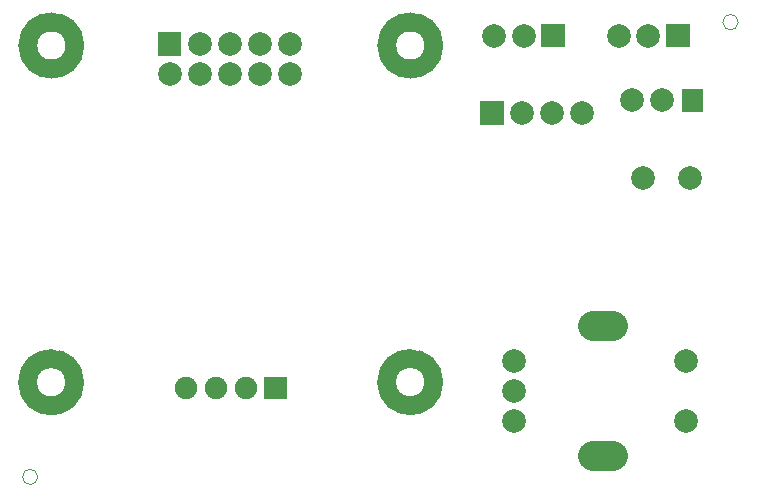
<source format=gbs>
G04 Layer: BottomSolderMaskLayer*
G04 EasyEDA v6.3.53, 2020-06-18T10:34:05+08:00*
G04 fc4558d4a1fd407c996c982f62b69df0,fed530592efb474aaabf7115e2e2b964,10*
G04 Gerber Generator version 0.2*
G04 Scale: 100 percent, Rotated: No, Reflected: No *
G04 Dimensions in millimeters *
G04 leading zeros omitted , absolute positions ,3 integer and 3 decimal *
%FSLAX33Y33*%
%MOMM*%
G90*
G71D02*

%ADD33C,2.503195*%
%ADD34C,0.100000*%
%ADD35C,1.599997*%
%ADD37C,1.903197*%
%ADD38C,2.003196*%

%LPD*%
G54D33*
G01X49684Y5465D02*
G01X51384Y5465D01*
G01X49684Y16465D02*
G01X51384Y16465D01*
G36*
G01X21867Y10223D02*
G01X21867Y12128D01*
G01X23772Y12128D01*
G01X23772Y10223D01*
G01X21867Y10223D01*
G37*
G54D37*
G01X20279Y11176D03*
G01X17739Y11176D03*
G01X15199Y11176D03*
G54D38*
G01X24003Y37762D03*
G01X24003Y40302D03*
G01X21463Y37762D03*
G01X21463Y40302D03*
G01X18923Y37762D03*
G01X18923Y40302D03*
G01X16383Y37762D03*
G01X16383Y40302D03*
G01X13843Y37762D03*
G36*
G01X12842Y39301D02*
G01X12842Y41303D01*
G01X14844Y41303D01*
G01X14844Y39301D01*
G01X12842Y39301D01*
G37*
G36*
G01X40145Y33459D02*
G01X40145Y35461D01*
G01X42149Y35461D01*
G01X42149Y33459D01*
G01X40145Y33459D01*
G37*
G01X43686Y34460D03*
G01X46226Y34460D03*
G01X48766Y34460D03*
G36*
G01X45313Y40025D02*
G01X45313Y42029D01*
G01X47317Y42029D01*
G01X47317Y40025D01*
G01X45313Y40025D01*
G37*
G01X43815Y41027D03*
G01X41315Y41027D03*
G36*
G01X55854Y40025D02*
G01X55854Y42029D01*
G01X57858Y42029D01*
G01X57858Y40025D01*
G01X55854Y40025D01*
G37*
G01X54356Y41027D03*
G01X51856Y41027D03*
G01X57880Y28999D03*
G01X53880Y28999D03*
G01X53006Y35540D03*
G01X55546Y35540D03*
G36*
G01X57198Y34539D02*
G01X57198Y36543D01*
G01X58976Y36543D01*
G01X58976Y34539D01*
G01X57198Y34539D01*
G37*
G01X43034Y13505D03*
G01X43034Y10965D03*
G01X43034Y8425D03*
G01X57534Y13505D03*
G01X57534Y8425D03*
G54D34*
G75*
G01X2679Y3660D02*
G03X2679Y3660I-650J0D01*
G01*
G75*
G01X61979Y42160D02*
G03X61979Y42160I-650J0D01*
G01*
G54D35*
G75*
G01X5825Y40185D02*
G03X5825Y40185I-2000J0D01*
G01*
G75*
G01X5804Y11675D02*
G03X5804Y11675I-2000J0D01*
G01*
G75*
G01X36214Y40185D02*
G03X36214Y40185I-2000J0D01*
G01*
G75*
G01X36204Y11685D02*
G03X36204Y11685I-2000J0D01*
G01*
M00*
M02*

</source>
